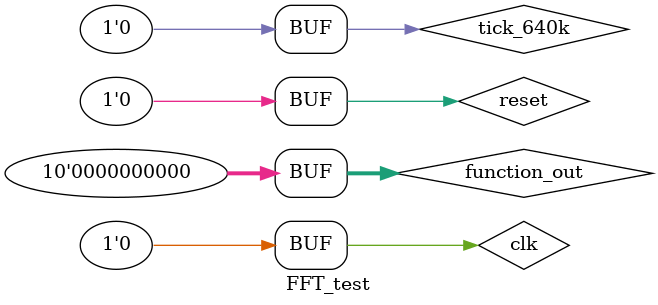
<source format=v>
`timescale 1ns / 1ps


module FFT_test;

	// Inputs
	reg clk;
	reg tick_640k;
	reg reset;
	reg [9:0] function_out;

	// Outputs
	wire fft_data_valid;
	wire [9:0] fft_out_index;
	wire [9:0] fft_out_abs;

	// Instantiate the Unit Under Test (UUT)
	FFT_Top uut (
		.clk(clk), 
		.tick_640k(tick_640k), 
		.reset(reset), 
		.function_out(function_out), 
		.fft_data_valid(fft_data_valid), 
		.fft_out_index(fft_out_index), 
		.fft_out_abs(fft_out_abs)
	);

	initial begin
		// Initialize Inputs
		clk = 0;
		tick_640k = 0;
		reset = 0;
		function_out = 0;

		// Wait 100 ns for global reset to finish
		#100;
        
		// Add stimulus here

	end
      
endmodule


</source>
